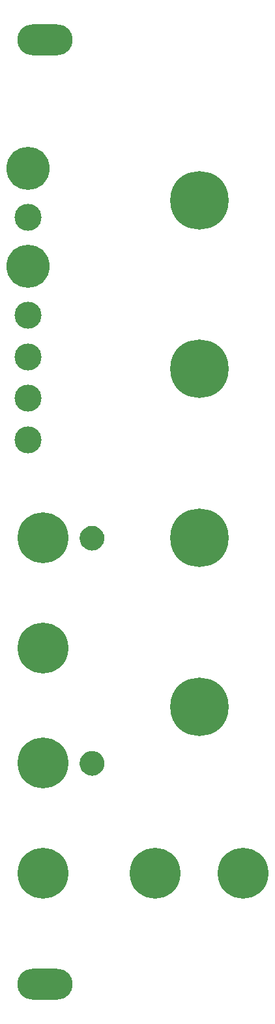
<source format=gbr>
%TF.GenerationSoftware,KiCad,Pcbnew,(6.0.0)*%
%TF.CreationDate,2022-12-11T11:54:41+01:00*%
%TF.ProjectId,Apeks Panel,4170656b-7320-4506-916e-656c2e6b6963,rev?*%
%TF.SameCoordinates,Original*%
%TF.FileFunction,Soldermask,Top*%
%TF.FilePolarity,Negative*%
%FSLAX46Y46*%
G04 Gerber Fmt 4.6, Leading zero omitted, Abs format (unit mm)*
G04 Created by KiCad (PCBNEW (6.0.0)) date 2022-12-11 11:54:41*
%MOMM*%
%LPD*%
G01*
G04 APERTURE LIST*
%ADD10C,0.010000*%
%ADD11C,7.600000*%
%ADD12C,6.600000*%
%ADD13C,5.600000*%
%ADD14C,3.500000*%
%ADD15O,7.200000X4.000000*%
G04 APERTURE END LIST*
D10*
%TO.C,Ref\u002A\u002A*%
X93442764Y-131017458D02*
X93526197Y-131023798D01*
X93526197Y-131023798D02*
X93600256Y-131033223D01*
X93600256Y-131033223D02*
X93628833Y-131038368D01*
X93628833Y-131038368D02*
X93785386Y-131078251D01*
X93785386Y-131078251D02*
X93935332Y-131133179D01*
X93935332Y-131133179D02*
X94077737Y-131202380D01*
X94077737Y-131202380D02*
X94211671Y-131285081D01*
X94211671Y-131285081D02*
X94336199Y-131380511D01*
X94336199Y-131380511D02*
X94450389Y-131487899D01*
X94450389Y-131487899D02*
X94553309Y-131606472D01*
X94553309Y-131606472D02*
X94644025Y-131735458D01*
X94644025Y-131735458D02*
X94721605Y-131874087D01*
X94721605Y-131874087D02*
X94770173Y-131982834D01*
X94770173Y-131982834D02*
X94794283Y-132044839D01*
X94794283Y-132044839D02*
X94812907Y-132098006D01*
X94812907Y-132098006D02*
X94827982Y-132148715D01*
X94827982Y-132148715D02*
X94841442Y-132203347D01*
X94841442Y-132203347D02*
X94852089Y-132252902D01*
X94852089Y-132252902D02*
X94875854Y-132409847D01*
X94875854Y-132409847D02*
X94883198Y-132567851D01*
X94883198Y-132567851D02*
X94874446Y-132725486D01*
X94874446Y-132725486D02*
X94849927Y-132881324D01*
X94849927Y-132881324D02*
X94809968Y-133033937D01*
X94809968Y-133033937D02*
X94754897Y-133181897D01*
X94754897Y-133181897D02*
X94685041Y-133323774D01*
X94685041Y-133323774D02*
X94600727Y-133458142D01*
X94600727Y-133458142D02*
X94564460Y-133507595D01*
X94564460Y-133507595D02*
X94460186Y-133630184D01*
X94460186Y-133630184D02*
X94344848Y-133740356D01*
X94344848Y-133740356D02*
X94219463Y-133837559D01*
X94219463Y-133837559D02*
X94085050Y-133921239D01*
X94085050Y-133921239D02*
X93942626Y-133990845D01*
X93942626Y-133990845D02*
X93793209Y-134045824D01*
X93793209Y-134045824D02*
X93637817Y-134085622D01*
X93637817Y-134085622D02*
X93477467Y-134109689D01*
X93477467Y-134109689D02*
X93451033Y-134112074D01*
X93451033Y-134112074D02*
X93401828Y-134115898D01*
X93401828Y-134115898D02*
X93362622Y-134118187D01*
X93362622Y-134118187D02*
X93328139Y-134118921D01*
X93328139Y-134118921D02*
X93293106Y-134118082D01*
X93293106Y-134118082D02*
X93252247Y-134115652D01*
X93252247Y-134115652D02*
X93200290Y-134111611D01*
X93200290Y-134111611D02*
X93194816Y-134111162D01*
X93194816Y-134111162D02*
X93037318Y-134089906D01*
X93037318Y-134089906D02*
X92884620Y-134052875D01*
X92884620Y-134052875D02*
X92737660Y-134000778D01*
X92737660Y-134000778D02*
X92597378Y-133934329D01*
X92597378Y-133934329D02*
X92464712Y-133854237D01*
X92464712Y-133854237D02*
X92340602Y-133761215D01*
X92340602Y-133761215D02*
X92225987Y-133655974D01*
X92225987Y-133655974D02*
X92121805Y-133539224D01*
X92121805Y-133539224D02*
X92028995Y-133411678D01*
X92028995Y-133411678D02*
X91948496Y-133274047D01*
X91948496Y-133274047D02*
X91881248Y-133127042D01*
X91881248Y-133127042D02*
X91875081Y-133111319D01*
X91875081Y-133111319D02*
X91834160Y-132985400D01*
X91834160Y-132985400D02*
X91804274Y-132850186D01*
X91804274Y-132850186D02*
X91785655Y-132709354D01*
X91785655Y-132709354D02*
X91778534Y-132566583D01*
X91778534Y-132566583D02*
X91783143Y-132425548D01*
X91783143Y-132425548D02*
X91799714Y-132289928D01*
X91799714Y-132289928D02*
X91817861Y-132202967D01*
X91817861Y-132202967D02*
X91864724Y-132047507D01*
X91864724Y-132047507D02*
X91926130Y-131898988D01*
X91926130Y-131898988D02*
X92001354Y-131758590D01*
X92001354Y-131758590D02*
X92089671Y-131627493D01*
X92089671Y-131627493D02*
X92190353Y-131506875D01*
X92190353Y-131506875D02*
X92302677Y-131397916D01*
X92302677Y-131397916D02*
X92324967Y-131378886D01*
X92324967Y-131378886D02*
X92456402Y-131279358D01*
X92456402Y-131279358D02*
X92594016Y-131195567D01*
X92594016Y-131195567D02*
X92738221Y-131127330D01*
X92738221Y-131127330D02*
X92889428Y-131074462D01*
X92889428Y-131074462D02*
X93048049Y-131036780D01*
X93048049Y-131036780D02*
X93116504Y-131025506D01*
X93116504Y-131025506D02*
X93186827Y-131018229D01*
X93186827Y-131018229D02*
X93268019Y-131014547D01*
X93268019Y-131014547D02*
X93355018Y-131014333D01*
X93355018Y-131014333D02*
X93442764Y-131017458D01*
X93442764Y-131017458D02*
X93442764Y-131017458D01*
G36*
X93442764Y-131017458D02*
G01*
X93526197Y-131023798D01*
X93600256Y-131033223D01*
X93628833Y-131038368D01*
X93785386Y-131078251D01*
X93935332Y-131133179D01*
X94077737Y-131202380D01*
X94211671Y-131285081D01*
X94336199Y-131380511D01*
X94450389Y-131487899D01*
X94553309Y-131606472D01*
X94644025Y-131735458D01*
X94721605Y-131874087D01*
X94770173Y-131982834D01*
X94794283Y-132044839D01*
X94812907Y-132098006D01*
X94827982Y-132148715D01*
X94841442Y-132203347D01*
X94852089Y-132252902D01*
X94875854Y-132409847D01*
X94883198Y-132567851D01*
X94874446Y-132725486D01*
X94849927Y-132881324D01*
X94809968Y-133033937D01*
X94754897Y-133181897D01*
X94685041Y-133323774D01*
X94600727Y-133458142D01*
X94564460Y-133507595D01*
X94460186Y-133630184D01*
X94344848Y-133740356D01*
X94219463Y-133837559D01*
X94085050Y-133921239D01*
X93942626Y-133990845D01*
X93793209Y-134045824D01*
X93637817Y-134085622D01*
X93477467Y-134109689D01*
X93451033Y-134112074D01*
X93401828Y-134115898D01*
X93362622Y-134118187D01*
X93328139Y-134118921D01*
X93293106Y-134118082D01*
X93252247Y-134115652D01*
X93200290Y-134111611D01*
X93194816Y-134111162D01*
X93037318Y-134089906D01*
X92884620Y-134052875D01*
X92737660Y-134000778D01*
X92597378Y-133934329D01*
X92464712Y-133854237D01*
X92340602Y-133761215D01*
X92225987Y-133655974D01*
X92121805Y-133539224D01*
X92028995Y-133411678D01*
X91948496Y-133274047D01*
X91881248Y-133127042D01*
X91875081Y-133111319D01*
X91834160Y-132985400D01*
X91804274Y-132850186D01*
X91785655Y-132709354D01*
X91778534Y-132566583D01*
X91783143Y-132425548D01*
X91799714Y-132289928D01*
X91817861Y-132202967D01*
X91864724Y-132047507D01*
X91926130Y-131898988D01*
X92001354Y-131758590D01*
X92089671Y-131627493D01*
X92190353Y-131506875D01*
X92302677Y-131397916D01*
X92324967Y-131378886D01*
X92456402Y-131279358D01*
X92594016Y-131195567D01*
X92738221Y-131127330D01*
X92889428Y-131074462D01*
X93048049Y-131036780D01*
X93116504Y-131025506D01*
X93186827Y-131018229D01*
X93268019Y-131014547D01*
X93355018Y-131014333D01*
X93442764Y-131017458D01*
G37*
X93442764Y-131017458D02*
X93526197Y-131023798D01*
X93600256Y-131033223D01*
X93628833Y-131038368D01*
X93785386Y-131078251D01*
X93935332Y-131133179D01*
X94077737Y-131202380D01*
X94211671Y-131285081D01*
X94336199Y-131380511D01*
X94450389Y-131487899D01*
X94553309Y-131606472D01*
X94644025Y-131735458D01*
X94721605Y-131874087D01*
X94770173Y-131982834D01*
X94794283Y-132044839D01*
X94812907Y-132098006D01*
X94827982Y-132148715D01*
X94841442Y-132203347D01*
X94852089Y-132252902D01*
X94875854Y-132409847D01*
X94883198Y-132567851D01*
X94874446Y-132725486D01*
X94849927Y-132881324D01*
X94809968Y-133033937D01*
X94754897Y-133181897D01*
X94685041Y-133323774D01*
X94600727Y-133458142D01*
X94564460Y-133507595D01*
X94460186Y-133630184D01*
X94344848Y-133740356D01*
X94219463Y-133837559D01*
X94085050Y-133921239D01*
X93942626Y-133990845D01*
X93793209Y-134045824D01*
X93637817Y-134085622D01*
X93477467Y-134109689D01*
X93451033Y-134112074D01*
X93401828Y-134115898D01*
X93362622Y-134118187D01*
X93328139Y-134118921D01*
X93293106Y-134118082D01*
X93252247Y-134115652D01*
X93200290Y-134111611D01*
X93194816Y-134111162D01*
X93037318Y-134089906D01*
X92884620Y-134052875D01*
X92737660Y-134000778D01*
X92597378Y-133934329D01*
X92464712Y-133854237D01*
X92340602Y-133761215D01*
X92225987Y-133655974D01*
X92121805Y-133539224D01*
X92028995Y-133411678D01*
X91948496Y-133274047D01*
X91881248Y-133127042D01*
X91875081Y-133111319D01*
X91834160Y-132985400D01*
X91804274Y-132850186D01*
X91785655Y-132709354D01*
X91778534Y-132566583D01*
X91783143Y-132425548D01*
X91799714Y-132289928D01*
X91817861Y-132202967D01*
X91864724Y-132047507D01*
X91926130Y-131898988D01*
X92001354Y-131758590D01*
X92089671Y-131627493D01*
X92190353Y-131506875D01*
X92302677Y-131397916D01*
X92324967Y-131378886D01*
X92456402Y-131279358D01*
X92594016Y-131195567D01*
X92738221Y-131127330D01*
X92889428Y-131074462D01*
X93048049Y-131036780D01*
X93116504Y-131025506D01*
X93186827Y-131018229D01*
X93268019Y-131014547D01*
X93355018Y-131014333D01*
X93442764Y-131017458D01*
X93467409Y-101807774D02*
X93547299Y-101816190D01*
X93547299Y-101816190D02*
X93704553Y-101846857D01*
X93704553Y-101846857D02*
X93856101Y-101892912D01*
X93856101Y-101892912D02*
X94000988Y-101953568D01*
X94000988Y-101953568D02*
X94138257Y-102028040D01*
X94138257Y-102028040D02*
X94266950Y-102115543D01*
X94266950Y-102115543D02*
X94386110Y-102215290D01*
X94386110Y-102215290D02*
X94494783Y-102326496D01*
X94494783Y-102326496D02*
X94592009Y-102448376D01*
X94592009Y-102448376D02*
X94676834Y-102580143D01*
X94676834Y-102580143D02*
X94748299Y-102721011D01*
X94748299Y-102721011D02*
X94795843Y-102841556D01*
X94795843Y-102841556D02*
X94841051Y-102997242D01*
X94841051Y-102997242D02*
X94869817Y-103154687D01*
X94869817Y-103154687D02*
X94882318Y-103312753D01*
X94882318Y-103312753D02*
X94878733Y-103470303D01*
X94878733Y-103470303D02*
X94859240Y-103626203D01*
X94859240Y-103626203D02*
X94824017Y-103779313D01*
X94824017Y-103779313D02*
X94773241Y-103928499D01*
X94773241Y-103928499D02*
X94707091Y-104072623D01*
X94707091Y-104072623D02*
X94625746Y-104210549D01*
X94625746Y-104210549D02*
X94568798Y-104291077D01*
X94568798Y-104291077D02*
X94465128Y-104414561D01*
X94465128Y-104414561D02*
X94350471Y-104525505D01*
X94350471Y-104525505D02*
X94225751Y-104623399D01*
X94225751Y-104623399D02*
X94091895Y-104707736D01*
X94091895Y-104707736D02*
X93949828Y-104778009D01*
X93949828Y-104778009D02*
X93800477Y-104833708D01*
X93800477Y-104833708D02*
X93644768Y-104874326D01*
X93644768Y-104874326D02*
X93483626Y-104899354D01*
X93483626Y-104899354D02*
X93455267Y-104902065D01*
X93455267Y-104902065D02*
X93394311Y-104906720D01*
X93394311Y-104906720D02*
X93342620Y-104908888D01*
X93342620Y-104908888D02*
X93293389Y-104908553D01*
X93293389Y-104908553D02*
X93239814Y-104905699D01*
X93239814Y-104905699D02*
X93187733Y-104901458D01*
X93187733Y-104901458D02*
X93030371Y-104879157D01*
X93030371Y-104879157D02*
X92878306Y-104841336D01*
X92878306Y-104841336D02*
X92732401Y-104788818D01*
X92732401Y-104788818D02*
X92593519Y-104722425D01*
X92593519Y-104722425D02*
X92462526Y-104642980D01*
X92462526Y-104642980D02*
X92340284Y-104551305D01*
X92340284Y-104551305D02*
X92227657Y-104448224D01*
X92227657Y-104448224D02*
X92125510Y-104334558D01*
X92125510Y-104334558D02*
X92034706Y-104211132D01*
X92034706Y-104211132D02*
X91956108Y-104078767D01*
X91956108Y-104078767D02*
X91890581Y-103938285D01*
X91890581Y-103938285D02*
X91838989Y-103790511D01*
X91838989Y-103790511D02*
X91802195Y-103636266D01*
X91802195Y-103636266D02*
X91791656Y-103571832D01*
X91791656Y-103571832D02*
X91782309Y-103478355D01*
X91782309Y-103478355D02*
X91778946Y-103376081D01*
X91778946Y-103376081D02*
X91781335Y-103270157D01*
X91781335Y-103270157D02*
X91789242Y-103165729D01*
X91789242Y-103165729D02*
X91802435Y-103067945D01*
X91802435Y-103067945D02*
X91817861Y-102992967D01*
X91817861Y-102992967D02*
X91864526Y-102839191D01*
X91864526Y-102839191D02*
X91926643Y-102690079D01*
X91926643Y-102690079D02*
X92003108Y-102547760D01*
X92003108Y-102547760D02*
X92092816Y-102414365D01*
X92092816Y-102414365D02*
X92163770Y-102326434D01*
X92163770Y-102326434D02*
X92268565Y-102218505D01*
X92268565Y-102218505D02*
X92386025Y-102120370D01*
X92386025Y-102120370D02*
X92514266Y-102033163D01*
X92514266Y-102033163D02*
X92651402Y-101958019D01*
X92651402Y-101958019D02*
X92795548Y-101896071D01*
X92795548Y-101896071D02*
X92944818Y-101848454D01*
X92944818Y-101848454D02*
X92968433Y-101842395D01*
X92968433Y-101842395D02*
X93056368Y-101824835D01*
X93056368Y-101824835D02*
X93155379Y-101812360D01*
X93155379Y-101812360D02*
X93260321Y-101805203D01*
X93260321Y-101805203D02*
X93366046Y-101803597D01*
X93366046Y-101803597D02*
X93467409Y-101807774D01*
X93467409Y-101807774D02*
X93467409Y-101807774D01*
G36*
X93467409Y-101807774D02*
G01*
X93547299Y-101816190D01*
X93704553Y-101846857D01*
X93856101Y-101892912D01*
X94000988Y-101953568D01*
X94138257Y-102028040D01*
X94266950Y-102115543D01*
X94386110Y-102215290D01*
X94494783Y-102326496D01*
X94592009Y-102448376D01*
X94676834Y-102580143D01*
X94748299Y-102721011D01*
X94795843Y-102841556D01*
X94841051Y-102997242D01*
X94869817Y-103154687D01*
X94882318Y-103312753D01*
X94878733Y-103470303D01*
X94859240Y-103626203D01*
X94824017Y-103779313D01*
X94773241Y-103928499D01*
X94707091Y-104072623D01*
X94625746Y-104210549D01*
X94568798Y-104291077D01*
X94465128Y-104414561D01*
X94350471Y-104525505D01*
X94225751Y-104623399D01*
X94091895Y-104707736D01*
X93949828Y-104778009D01*
X93800477Y-104833708D01*
X93644768Y-104874326D01*
X93483626Y-104899354D01*
X93455267Y-104902065D01*
X93394311Y-104906720D01*
X93342620Y-104908888D01*
X93293389Y-104908553D01*
X93239814Y-104905699D01*
X93187733Y-104901458D01*
X93030371Y-104879157D01*
X92878306Y-104841336D01*
X92732401Y-104788818D01*
X92593519Y-104722425D01*
X92462526Y-104642980D01*
X92340284Y-104551305D01*
X92227657Y-104448224D01*
X92125510Y-104334558D01*
X92034706Y-104211132D01*
X91956108Y-104078767D01*
X91890581Y-103938285D01*
X91838989Y-103790511D01*
X91802195Y-103636266D01*
X91791656Y-103571832D01*
X91782309Y-103478355D01*
X91778946Y-103376081D01*
X91781335Y-103270157D01*
X91789242Y-103165729D01*
X91802435Y-103067945D01*
X91817861Y-102992967D01*
X91864526Y-102839191D01*
X91926643Y-102690079D01*
X92003108Y-102547760D01*
X92092816Y-102414365D01*
X92163770Y-102326434D01*
X92268565Y-102218505D01*
X92386025Y-102120370D01*
X92514266Y-102033163D01*
X92651402Y-101958019D01*
X92795548Y-101896071D01*
X92944818Y-101848454D01*
X92968433Y-101842395D01*
X93056368Y-101824835D01*
X93155379Y-101812360D01*
X93260321Y-101805203D01*
X93366046Y-101803597D01*
X93467409Y-101807774D01*
G37*
X93467409Y-101807774D02*
X93547299Y-101816190D01*
X93704553Y-101846857D01*
X93856101Y-101892912D01*
X94000988Y-101953568D01*
X94138257Y-102028040D01*
X94266950Y-102115543D01*
X94386110Y-102215290D01*
X94494783Y-102326496D01*
X94592009Y-102448376D01*
X94676834Y-102580143D01*
X94748299Y-102721011D01*
X94795843Y-102841556D01*
X94841051Y-102997242D01*
X94869817Y-103154687D01*
X94882318Y-103312753D01*
X94878733Y-103470303D01*
X94859240Y-103626203D01*
X94824017Y-103779313D01*
X94773241Y-103928499D01*
X94707091Y-104072623D01*
X94625746Y-104210549D01*
X94568798Y-104291077D01*
X94465128Y-104414561D01*
X94350471Y-104525505D01*
X94225751Y-104623399D01*
X94091895Y-104707736D01*
X93949828Y-104778009D01*
X93800477Y-104833708D01*
X93644768Y-104874326D01*
X93483626Y-104899354D01*
X93455267Y-104902065D01*
X93394311Y-104906720D01*
X93342620Y-104908888D01*
X93293389Y-104908553D01*
X93239814Y-104905699D01*
X93187733Y-104901458D01*
X93030371Y-104879157D01*
X92878306Y-104841336D01*
X92732401Y-104788818D01*
X92593519Y-104722425D01*
X92462526Y-104642980D01*
X92340284Y-104551305D01*
X92227657Y-104448224D01*
X92125510Y-104334558D01*
X92034706Y-104211132D01*
X91956108Y-104078767D01*
X91890581Y-103938285D01*
X91838989Y-103790511D01*
X91802195Y-103636266D01*
X91791656Y-103571832D01*
X91782309Y-103478355D01*
X91778946Y-103376081D01*
X91781335Y-103270157D01*
X91789242Y-103165729D01*
X91802435Y-103067945D01*
X91817861Y-102992967D01*
X91864526Y-102839191D01*
X91926643Y-102690079D01*
X92003108Y-102547760D01*
X92092816Y-102414365D01*
X92163770Y-102326434D01*
X92268565Y-102218505D01*
X92386025Y-102120370D01*
X92514266Y-102033163D01*
X92651402Y-101958019D01*
X92795548Y-101896071D01*
X92944818Y-101848454D01*
X92968433Y-101842395D01*
X93056368Y-101824835D01*
X93155379Y-101812360D01*
X93260321Y-101805203D01*
X93366046Y-101803597D01*
X93467409Y-101807774D01*
%TD*%
D11*
%TO.C,Ref\u002A\u002A*%
X107300001Y-59530001D03*
X107300001Y-81439999D03*
X107300001Y-103349998D03*
X107300001Y-125260002D03*
D12*
X113010000Y-146850000D03*
X101580000Y-146850000D03*
D13*
X85070000Y-55400000D03*
D14*
X85070000Y-61750000D03*
D13*
X85070000Y-68099998D03*
D14*
X85070000Y-74450001D03*
X85070000Y-79849998D03*
X85070000Y-85250000D03*
X85070000Y-90650002D03*
D12*
X86980000Y-103349998D03*
X86980000Y-117639999D03*
X86980000Y-132559998D03*
X86980000Y-146850000D03*
%TD*%
D15*
%TO.C,REF\u002A\u002A*%
X87300000Y-161250000D03*
%TD*%
%TO.C,REF\u002A\u002A*%
X87300000Y-38750000D03*
%TD*%
M02*

</source>
